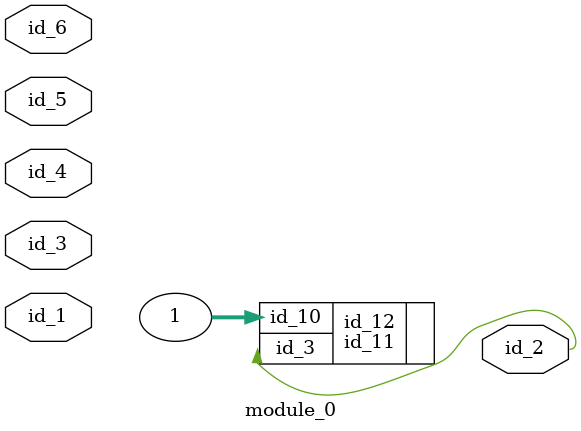
<source format=v>
`timescale 1 ps / 1ps
module module_0 (
    id_1,
    id_2,
    id_3,
    id_4,
    id_5,
    id_6
);
  input id_6;
  input id_5;
  input id_4;
  input id_3;
  output id_2;
  input id_1;
  id_7 id_8 (
      .id_4(id_5),
      .id_6(id_4)
  );
  id_9 id_10 (
      .id_6(id_5 == id_6),
      .id_5(id_5[id_2])
  );
  id_11 id_12 (
      .id_3 (id_2),
      .id_10(1)
  );
endmodule

</source>
